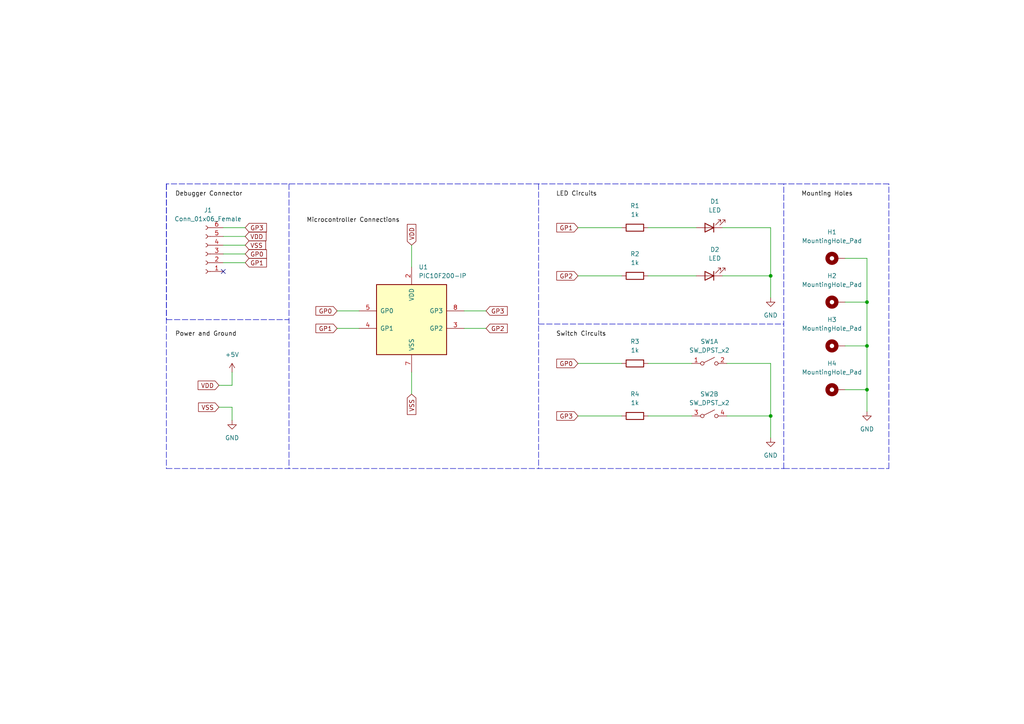
<source format=kicad_sch>
(kicad_sch (version 20211123) (generator eeschema)
  (paper "A4")
  (lib_symbols
    (symbol "Connector:Conn_01x06_Female" (pin_names (offset 1.016) hide)
      (property "Reference" "J" (at 0 7.62 0))
      (property "Value" "Conn_01x06_Female" (at 0 -10.16 0))
      (symbol "Conn_01x06_Female_1_1"
        (arc (start 0 -7.112) (mid -0.508 -7.62) (end 0 -8.128) (stroke (width 0.1524)))
        (arc (start 0 -4.572) (mid -0.508 -5.08) (end 0 -5.588) (stroke (width 0.1524)))
        (arc (start 0 -2.032) (mid -0.508 -2.54) (end 0 -3.048) (stroke (width 0.1524)))
        (polyline (pts (xy -1.27 -7.62) (xy -0.508 -7.62)) (stroke (width 0.1524)))
        (polyline (pts (xy -1.27 -5.08) (xy -0.508 -5.08)) (stroke (width 0.1524)))
        (polyline (pts (xy -1.27 -2.54) (xy -0.508 -2.54)) (stroke (width 0.1524)))
        (polyline (pts (xy -1.27 0) (xy -0.508 0)) (stroke (width 0.1524)))
        (polyline (pts (xy -1.27 2.54) (xy -0.508 2.54)) (stroke (width 0.1524)))
        (polyline (pts (xy -1.27 5.08) (xy -0.508 5.08)) (stroke (width 0.1524)))
        (arc (start 0 0.508) (mid -0.508 0) (end 0 -0.508) (stroke (width 0.1524)))
        (arc (start 0 3.048) (mid -0.508 2.54) (end 0 2.032) (stroke (width 0.1524)))
        (arc (start 0 5.588) (mid -0.508 5.08) (end 0 4.572) (stroke (width 0.1524)))
        (pin passive line (at -5.08 5.08 0) (length 3.81) (name "Pin_1") (number "1"))
        (pin passive line (at -5.08 2.54 0) (length 3.81) (name "Pin_2") (number "2"))
        (pin passive line (at -5.08 0 0) (length 3.81) (name "Pin_3") (number "3"))
        (pin passive line (at -5.08 -2.54 0) (length 3.81) (name "Pin_4") (number "4"))
        (pin passive line (at -5.08 -5.08 0) (length 3.81) (name "Pin_5") (number "5"))
        (pin passive line (at -5.08 -7.62 0) (length 3.81) (name "Pin_6") (number "6"))
      )
    )
    (symbol "Device:LED" (pin_numbers hide) (pin_names (offset 1.016) hide)
      (property "Reference" "D" (at 0 2.54 0))
      (property "Value" "LED" (at 0 -2.54 0))
      (symbol "LED_0_1"
        (polyline (pts (xy -1.27 -1.27) (xy -1.27 1.27)) (stroke (width 0.254)))
        (polyline (pts (xy -1.27 0) (xy 1.27 0)))
        (polyline (pts (xy 1.27 -1.27) (xy 1.27 1.27) (xy -1.27 0) (xy 1.27 -1.27)) (stroke (width 0.254)))
        (polyline (pts (xy -3.048 -0.762) (xy -4.572 -2.286) (xy -3.81 -2.286) (xy -4.572 -2.286) (xy -4.572 -1.524)))
        (polyline (pts (xy -1.778 -0.762) (xy -3.302 -2.286) (xy -2.54 -2.286) (xy -3.302 -2.286) (xy -3.302 -1.524)))
      )
      (symbol "LED_1_1"
        (pin passive line (at -3.81 0 0) (length 2.54) (name "K") (number "1"))
        (pin passive line (at 3.81 0 180) (length 2.54) (name "A") (number "2"))
      )
    )
    (symbol "Device:R" (pin_numbers hide) (pin_names (offset 0))
      (property "Reference" "R" (at 2.032 0 90))
      (property "Value" "R" (at 0 0 90))
      (symbol "R_0_1"
        (rectangle (start -1.016 -2.54) (end 1.016 2.54) (stroke (width 0.254)))
      )
      (symbol "R_1_1"
        (pin passive line (at 0 3.81 270) (length 1.27) (name "~") (number "1"))
        (pin passive line (at 0 -3.81 90) (length 1.27) (name "~") (number "2"))
      )
    )
    (symbol "MCU_Microchip_PIC10:PIC10F200-IP" (pin_names (offset 1.016))
      (property "Reference" "U" (at 1.27 13.97 0))
      (property "Value" "PIC10F200-IP" (at 1.27 11.43 0))
      (symbol "PIC10F200-IP_0_1"
        (rectangle (start -10.16 10.16) (end 10.16 -10.16) (stroke (width 0.254)) (fill (type background)))
      )
      (symbol "PIC10F200-IP_1_1"
        (pin power_in line (at 0 15.24 270) (length 5.08) (name "VDD") (number "2"))
        (pin bidirectional line (at 15.24 -2.54 180) (length 5.08) (name "GP2") (number "3"))
        (pin bidirectional line (at -15.24 -2.54 0) (length 5.08) (name "GP1") (number "4"))
        (pin bidirectional line (at -15.24 2.54 0) (length 5.08) (name "GP0") (number "5"))
        (pin power_in line (at 0 -15.24 90) (length 5.08) (name "VSS") (number "7"))
        (pin input line (at 15.24 2.54 180) (length 5.08) (name "GP3") (number "8"))
      )
    )
    (symbol "Mechanical:MountingHole_Pad" (pin_numbers hide) (pin_names (offset 1.016) hide)
      (property "Reference" "H" (at 0 6.35 0))
      (property "Value" "MountingHole_Pad" (at 0 4.445 0))
      (symbol "MountingHole_Pad_0_1"
        (circle (center 0 1.27) (radius 1.27) (stroke (width 1.27)))
      )
      (symbol "MountingHole_Pad_1_1"
        (pin input line (at 0 -2.54 90) (length 2.54) (name "1") (number "1"))
      )
    )
    (symbol "Switch:SW_DPST_x2" (pin_names (offset 0) hide)
      (property "Reference" "SW" (at 0 3.175 0))
      (property "Value" "SW_DPST_x2" (at 0 -2.54 0))
      (symbol "SW_DPST_x2_0_0"
        (circle (center -2.032 0) (radius 0.508))
        (polyline (pts (xy -1.524 0.254) (xy 1.524 1.778)))
        (circle (center 2.032 0) (radius 0.508))
      )
      (symbol "SW_DPST_x2_1_1"
        (pin passive line (at -5.08 0 0) (length 2.54) (name "A") (number "1"))
        (pin passive line (at 5.08 0 180) (length 2.54) (name "B") (number "2"))
      )
      (symbol "SW_DPST_x2_2_1"
        (pin passive line (at -5.08 0 0) (length 2.54) (name "A") (number "3"))
        (pin passive line (at 5.08 0 180) (length 2.54) (name "B") (number "4"))
      )
    )
    (symbol "power:+5V" (power) (pin_names (offset 0))
      (property "Value" "+5V" (at 0 3.556 0))
      (symbol "+5V_0_1"
        (polyline (pts (xy -0.762 1.27) (xy 0 2.54)))
        (polyline (pts (xy 0 0) (xy 0 2.54)))
        (polyline (pts (xy 0 2.54) (xy 0.762 1.27)))
      )
      (symbol "+5V_1_1"
        (pin power_in line (at 0 0 90) (length 0) hide (name "+5V") (number "1"))
      )
    )
    (symbol "power:GND" (power) (pin_names (offset 0))
      (property "Value" "GND" (at 0 -3.81 0))
      (symbol "GND_0_1"
        (polyline (pts (xy 0 0) (xy 0 -1.27) (xy 1.27 -1.27) (xy 0 -2.54) (xy -1.27 -1.27) (xy 0 -1.27)))
      )
      (symbol "GND_1_1"
        (pin power_in line (at 0 0 270) (length 0) hide (name "GND") (number "1"))
      )
    )
  )
  (junction (at 251.46 113.03))
  (junction (at 251.46 100.33))
  (junction (at 251.46 87.63))
  (junction (at 223.52 80.01))
  (junction (at 223.52 120.65))
  (no_connect (at 64.77 78.74))
  (wire (pts (xy 245.11 113.03) (xy 251.46 113.03)))
  (wire (pts (xy 245.11 87.63) (xy 251.46 87.63)))
  (wire (pts (xy 251.46 100.33) (xy 251.46 113.03)))
  (polyline (pts (xy 48.26 92.71) (xy 83.82 92.71)))
  (polyline (pts (xy 156.21 93.98) (xy 227.33 93.98)))
  (wire (pts (xy 97.79 95.25) (xy 104.14 95.25)))
  (wire (pts (xy 210.82 105.41) (xy 223.52 105.41)))
  (wire (pts (xy 251.46 74.93) (xy 251.46 87.63)))
  (polyline (pts (xy 227.33 53.34) (xy 48.26 53.34)))
  (wire (pts (xy 245.11 74.93) (xy 251.46 74.93)))
  (wire (pts (xy 209.55 66.04) (xy 223.52 66.04)))
  (wire (pts (xy 67.31 111.76) (xy 63.5 111.76)))
  (wire (pts (xy 167.64 120.65) (xy 180.34 120.65)))
  (wire (pts (xy 63.5 118.11) (xy 67.31 118.11)))
  (wire (pts (xy 223.52 120.65) (xy 223.52 127)))
  (wire (pts (xy 167.64 80.01) (xy 180.34 80.01)))
  (wire (pts (xy 167.64 105.41) (xy 180.34 105.41)))
  (wire (pts (xy 223.52 105.41) (xy 223.52 120.65)))
  (wire (pts (xy 67.31 107.95) (xy 67.31 111.76)))
  (polyline (pts (xy 48.26 135.89) (xy 227.33 135.89)))
  (wire (pts (xy 64.77 68.58) (xy 71.12 68.58)))
  (wire (pts (xy 134.62 95.25) (xy 140.97 95.25)))
  (wire (pts (xy 210.82 120.65) (xy 223.52 120.65)))
  (wire (pts (xy 167.64 66.04) (xy 180.34 66.04)))
  (wire (pts (xy 64.77 66.04) (xy 71.12 66.04)))
  (wire (pts (xy 119.38 71.12) (xy 119.38 77.47)))
  (wire (pts (xy 119.38 107.95) (xy 119.38 114.3)))
  (polyline (pts (xy 257.81 135.89) (xy 257.81 53.34)))
  (wire (pts (xy 64.77 76.2) (xy 71.12 76.2)))
  (wire (pts (xy 187.96 105.41) (xy 200.66 105.41)))
  (wire (pts (xy 134.62 90.17) (xy 140.97 90.17)))
  (wire (pts (xy 67.31 118.11) (xy 67.31 121.92)))
  (wire (pts (xy 187.96 66.04) (xy 201.93 66.04)))
  (polyline (pts (xy 156.21 53.34) (xy 156.21 135.89)))
  (wire (pts (xy 187.96 120.65) (xy 200.66 120.65)))
  (wire (pts (xy 251.46 113.03) (xy 251.46 119.38)))
  (wire (pts (xy 251.46 87.63) (xy 251.46 100.33)))
  (wire (pts (xy 223.52 66.04) (xy 223.52 80.01)))
  (polyline (pts (xy 48.26 53.34) (xy 48.26 92.71)))
  (polyline (pts (xy 48.26 53.34) (xy 48.26 135.89)))
  (polyline (pts (xy 227.33 135.89) (xy 257.81 135.89)))
  (wire (pts (xy 97.79 90.17) (xy 104.14 90.17)))
  (polyline (pts (xy 227.33 135.89) (xy 227.33 53.34)))
  (wire (pts (xy 245.11 100.33) (xy 251.46 100.33)))
  (polyline (pts (xy 83.82 53.34) (xy 83.82 135.89)))
  (wire (pts (xy 223.52 80.01) (xy 223.52 86.36)))
  (wire (pts (xy 209.55 80.01) (xy 223.52 80.01)))
  (wire (pts (xy 64.77 73.66) (xy 71.12 73.66)))
  (wire (pts (xy 187.96 80.01) (xy 201.93 80.01)))
  (wire (pts (xy 64.77 71.12) (xy 71.12 71.12)))
  (polyline (pts (xy 257.81 53.34) (xy 227.33 53.34)))
  (label "Mounting Holes" (at 232.41 57.15 0))
  (label "Power and Ground" (at 50.8 97.79 0))
  (label "LED Circuits" (at 161.29 57.15 0))
  (label "Microcontroller Connections" (at 88.9 64.77 0))
  (label "Debugger Connector" (at 50.8 57.15 0))
  (label "Switch Circuits" (at 161.29 97.79 0))
  (global_label "GP2" (shape input) (at 140.97 95.25 0) (property "Intersheet References" "${INTERSHEET_REFS}" (effects hide)))
  (global_label "GP1" (shape input) (at 71.12 76.2 0) (property "Intersheet References" "${INTERSHEET_REFS}" (effects hide)))
  (global_label "VDD" (shape input) (at 63.5 111.76 180) (property "Intersheet References" "${INTERSHEET_REFS}" (effects hide)))
  (global_label "GP2" (shape input) (at 167.64 80.01 180) (property "Intersheet References" "${INTERSHEET_REFS}" (effects hide)))
  (global_label "GP3" (shape input) (at 167.64 120.65 180) (property "Intersheet References" "${INTERSHEET_REFS}" (effects hide)))
  (global_label "GP0" (shape input) (at 71.12 73.66 0) (property "Intersheet References" "${INTERSHEET_REFS}" (effects hide)))
  (global_label "GP3" (shape input) (at 71.12 66.04 0) (property "Intersheet References" "${INTERSHEET_REFS}" (effects hide)))
  (global_label "VDD" (shape input) (at 71.12 68.58 0) (property "Intersheet References" "${INTERSHEET_REFS}" (effects hide)))
  (global_label "VSS" (shape input) (at 71.12 71.12 0) (property "Intersheet References" "${INTERSHEET_REFS}" (effects hide)))
  (global_label "VSS" (shape input) (at 63.5 118.11 180) (property "Intersheet References" "${INTERSHEET_REFS}" (effects hide)))
  (global_label "GP0" (shape input) (at 97.79 90.17 180) (property "Intersheet References" "${INTERSHEET_REFS}" (effects hide)))
  (global_label "GP1" (shape input) (at 167.64 66.04 180) (property "Intersheet References" "${INTERSHEET_REFS}" (effects hide)))
  (global_label "VSS" (shape input) (at 119.38 114.3 270) (property "Intersheet References" "${INTERSHEET_REFS}" (effects hide)))
  (global_label "VDD" (shape input) (at 119.38 71.12 90) (property "Intersheet References" "${INTERSHEET_REFS}" (effects hide)))
  (global_label "GP1" (shape input) (at 97.79 95.25 180) (property "Intersheet References" "${INTERSHEET_REFS}" (effects hide)))
  (global_label "GP0" (shape input) (at 167.64 105.41 180) (property "Intersheet References" "${INTERSHEET_REFS}" (effects hide)))
  (global_label "GP3" (shape input) (at 140.97 90.17 0) (property "Intersheet References" "${INTERSHEET_REFS}" (effects hide)))
  (symbol (lib_id "power:+5V") (at 67.31 107.95 0) (unit 1)
    (property "Reference" "#PWR01" (effects hide))
    (property "Value" "+5V" (at 67.31 102.87 0))
  )
  (symbol (lib_id "Device:LED") (at 205.74 66.04 180) (unit 1)
    (property "Reference" "D1" (at 207.3275 58.42 0))
    (property "Value" "LED" (at 207.3275 60.96 0))
    (property "Footprint" "LED_THT:LED_D5.0mm" (effects hide))
  )
  (symbol (lib_id "power:GND") (at 67.31 121.92 0) (unit 1)
    (property "Reference" "#PWR02" (effects hide))
    (property "Value" "GND" (at 67.31 127 0))
  )
  (symbol (lib_id "MCU_Microchip_PIC10:PIC10F200-IP") (at 119.38 92.71 0) (unit 1)
    (property "Reference" "U1" (at 121.3994 77.47 0) (effects (justify left)))
    (property "Value" "PIC10F200-IP" (at 121.3994 80.01 0) (effects (justify left)))
    (property "Footprint" "Package_DIP:DIP-8_W7.62mm" (effects hide))
    (property "Datasheet" "http://ww1.microchip.com/downloads/en/DeviceDoc/41239D.pdf" (effects hide))
  )
  (symbol (lib_id "Mechanical:MountingHole_Pad") (at 242.57 87.63 90) (unit 1)
    (property "Reference" "H2" (at 241.3 80.01 90))
    (property "Value" "MountingHole_Pad" (at 241.3 82.55 90))
    (property "Footprint" "MountingHole:MountingHole_3.5mm_Pad_Via" (effects hide))
  )
  (symbol (lib_id "Device:LED") (at 205.74 80.01 180) (unit 1)
    (property "Reference" "D2" (at 207.3275 72.39 0))
    (property "Value" "LED" (at 207.3275 74.93 0))
    (property "Footprint" "LED_THT:LED_D5.0mm" (effects hide))
  )
  (symbol (lib_id "Mechanical:MountingHole_Pad") (at 242.57 100.33 90) (unit 1)
    (property "Reference" "H3" (at 241.3 92.71 90))
    (property "Value" "MountingHole_Pad" (at 241.3 95.25 90))
    (property "Footprint" "MountingHole:MountingHole_3.5mm_Pad_Via" (effects hide))
  )
  (symbol (lib_id "Device:R") (at 184.15 80.01 90) (unit 1)
    (property "Reference" "R2" (at 184.15 73.66 90))
    (property "Value" "1k" (at 184.15 76.2 90))
    (property "Footprint" "Resistor_THT:R_Axial_DIN0309_L9.0mm_D3.2mm_P15.24mm_Horizontal" (effects hide))
  )
  (symbol (lib_id "Device:R") (at 184.15 66.04 90) (unit 1)
    (property "Reference" "R1" (at 184.15 59.69 90))
    (property "Value" "1k" (at 184.15 62.23 90))
    (property "Footprint" "Resistor_THT:R_Axial_DIN0309_L9.0mm_D3.2mm_P15.24mm_Horizontal" (effects hide))
  )
  (symbol (lib_id "Mechanical:MountingHole_Pad") (at 242.57 74.93 90) (unit 1)
    (property "Reference" "H1" (at 241.3 67.31 90))
    (property "Value" "MountingHole_Pad" (at 241.3 69.85 90))
    (property "Footprint" "MountingHole:MountingHole_3.5mm_Pad_Via" (effects hide))
  )
  (symbol (lib_id "Connector:Conn_01x06_Female") (at 59.69 73.66 180) (unit 1)
    (property "Reference" "J1" (at 60.325 60.96 0))
    (property "Value" "Conn_01x06_Female" (at 60.325 63.5 0))
    (property "Footprint" "Connector_PinSocket_2.54mm:PinSocket_1x06_P2.54mm_Horizontal" (effects hide))
  )
  (symbol (lib_id "Device:R") (at 184.15 120.65 90) (unit 1)
    (property "Reference" "R4" (at 184.15 114.3 90))
    (property "Value" "1k" (at 184.15 116.84 90))
    (property "Footprint" "Resistor_THT:R_Axial_DIN0309_L9.0mm_D3.2mm_P15.24mm_Horizontal" (effects hide))
  )
  (symbol (lib_id "power:GND") (at 223.52 86.36 0) (unit 1)
    (property "Reference" "#PWR03" (effects hide))
    (property "Value" "GND" (at 223.52 91.44 0))
  )
  (symbol (lib_id "Switch:SW_DPST_x2") (at 205.74 120.65 0) (unit 2)
    (property "Reference" "SW2" (at 205.74 114.3 0))
    (property "Value" "SW_DPST_x2" (at 205.74 116.84 0))
    (property "Footprint" "Button_Switch_THT:SW_1825910-6-4" (effects hide))
  )
  (symbol (lib_id "power:GND") (at 223.52 127 0) (unit 1)
    (property "Reference" "#PWR04" (effects hide))
    (property "Value" "GND" (at 223.52 132.08 0))
  )
  (symbol (lib_id "Mechanical:MountingHole_Pad") (at 242.57 113.03 90) (unit 1)
    (property "Reference" "H4" (at 241.3 105.41 90))
    (property "Value" "MountingHole_Pad" (at 241.3 107.95 90))
    (property "Footprint" "MountingHole:MountingHole_3.5mm_Pad_Via" (effects hide))
  )
  (symbol (lib_id "Device:R") (at 184.15 105.41 90) (unit 1)
    (property "Reference" "R3" (at 184.15 99.06 90))
    (property "Value" "1k" (at 184.15 101.6 90))
    (property "Footprint" "Resistor_THT:R_Axial_DIN0309_L9.0mm_D3.2mm_P15.24mm_Horizontal" (effects hide))
  )
  (symbol (lib_id "Switch:SW_DPST_x2") (at 205.74 105.41 0) (unit 1)
    (property "Reference" "SW1" (at 205.74 99.06 0))
    (property "Value" "SW_DPST_x2" (at 205.74 101.6 0))
    (property "Footprint" "Button_Switch_THT:SW_1825910-6-4" (effects hide))
  )
  (symbol (lib_id "power:GND") (at 251.46 119.38 0) (unit 1)
    (property "Reference" "#PWR05" (effects hide))
    (property "Value" "GND" (at 251.46 124.46 0))
  )
)
</source>
